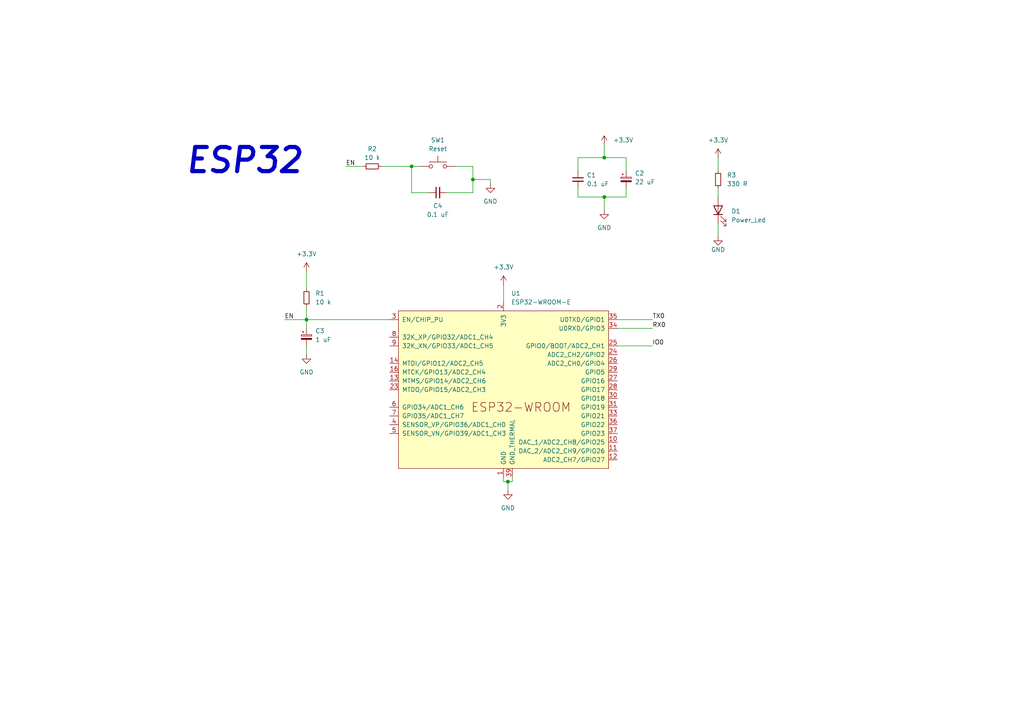
<source format=kicad_sch>
(kicad_sch (version 20230121) (generator eeschema)
  (paper "A4")
  (lib_symbols
    (symbol "Device:C_Polarized_Small" (pin_numbers hide) (pin_names (offset 0.254) hide)
      (property "Reference" "C" (at 0.254 1.778 0))
      (property "Value" "C_Polarized_Small" (at 0.254 -2.032 0))
      (symbol "C_Polarized_Small_0_1"
        (rectangle (start -1.524 -0.3048) (end 1.524 -0.6858) (fill (type outline)))
        (rectangle (start -1.524 0.6858) (end 1.524 0.3048))
        (polyline (pts (xy -1.27 1.524) (xy -0.762 1.524)))
        (polyline (pts (xy -1.016 1.27) (xy -1.016 1.778)))
      )
      (symbol "C_Polarized_Small_1_1"
        (pin passive line (at 0 2.54 270) (length 1.8542) (name "~") (number "1"))
        (pin passive line (at 0 -2.54 90) (length 1.8542) (name "~") (number "2"))
      )
    )
    (symbol "Device:C_Small" (pin_numbers hide) (pin_names (offset 0.254) hide)
      (property "Reference" "C" (at 0.254 1.778 0))
      (property "Value" "C_Small" (at 0.254 -2.032 0))
      (symbol "C_Small_0_1"
        (polyline (pts (xy -1.524 -0.508) (xy 1.524 -0.508)) (stroke (width 0.3302)))
        (polyline (pts (xy -1.524 0.508) (xy 1.524 0.508)) (stroke (width 0.3048)))
      )
      (symbol "C_Small_1_1"
        (pin passive line (at 0 2.54 270) (length 2.032) (name "~") (number "1"))
        (pin passive line (at 0 -2.54 90) (length 2.032) (name "~") (number "2"))
      )
    )
    (symbol "Device:LED" (pin_numbers hide) (pin_names (offset 1.016) hide)
      (property "Reference" "D" (at 0 2.54 0))
      (property "Value" "LED" (at 0 -2.54 0))
      (symbol "LED_0_1"
        (polyline (pts (xy -1.27 -1.27) (xy -1.27 1.27)) (stroke (width 0.254)))
        (polyline (pts (xy -1.27 0) (xy 1.27 0)))
        (polyline (pts (xy 1.27 -1.27) (xy 1.27 1.27) (xy -1.27 0) (xy 1.27 -1.27)) (stroke (width 0.254)))
        (polyline (pts (xy -3.048 -0.762) (xy -4.572 -2.286) (xy -3.81 -2.286) (xy -4.572 -2.286) (xy -4.572 -1.524)))
        (polyline (pts (xy -1.778 -0.762) (xy -3.302 -2.286) (xy -2.54 -2.286) (xy -3.302 -2.286) (xy -3.302 -1.524)))
      )
      (symbol "LED_1_1"
        (pin passive line (at -3.81 0 0) (length 2.54) (name "K") (number "1"))
        (pin passive line (at 3.81 0 180) (length 2.54) (name "A") (number "2"))
      )
    )
    (symbol "Device:R_Small" (pin_numbers hide) (pin_names (offset 0.254) hide)
      (property "Reference" "R" (at 0.762 0.508 0))
      (property "Value" "R_Small" (at 0.762 -1.016 0))
      (symbol "R_Small_0_1"
        (rectangle (start -0.762 1.778) (end 0.762 -1.778) (stroke (width 0.2032)))
      )
      (symbol "R_Small_1_1"
        (pin passive line (at 0 2.54 270) (length 0.762) (name "~") (number "1"))
        (pin passive line (at 0 -2.54 90) (length 0.762) (name "~") (number "2"))
      )
    )
    (symbol "PCM_Espressif:ESP32-WROOM-E" (pin_names (offset 1.016))
      (property "Reference" "U" (at -30.48 27.94 0))
      (property "Value" "ESP32-WROOM-E" (at -30.48 25.4 0))
      (symbol "ESP32-WROOM-E_0_1"
        (rectangle (start -30.48 22.86) (end 30.48 -22.86) (fill (type background)))
      )
      (symbol "ESP32-WROOM-E_1_1"
        (text "ESP32-­WROOM­" (at 5.08 -5.08 0) (effects (font (size 2.54 2.54))))
        (pin power_in line (at 0 -25.4 90) (length 2.54) (name "GND") (number "1"))
        (pin bidirectional line (at 33.02 -15.24 180) (length 2.54) (name "DAC_1/ADC2_CH8/GPIO25") (number "10"))
        (pin bidirectional line (at 33.02 -17.78 180) (length 2.54) (name "DAC_2/ADC2_CH9/GPIO26") (number "11"))
        (pin bidirectional line (at 33.02 -20.32 180) (length 2.54) (name "ADC2_CH7/GPIO27") (number "12"))
        (pin bidirectional line (at -33.02 2.54 0) (length 2.54) (name "MTMS/GPIO14/ADC2_CH6") (number "13"))
        (pin bidirectional line (at -33.02 7.62 0) (length 2.54) (name "MTDI/GPIO12/ADC2_CH5") (number "14"))
        (pin passive line (at 0 -25.4 90) (length 2.54) hide (name "GND") (number "15"))
        (pin bidirectional line (at -33.02 5.08 0) (length 2.54) (name "MTCK/GPIO13/ADC2_CH4") (number "16"))
        (pin power_in line (at 0 25.4 270) (length 2.54) (name "3V3") (number "2"))
        (pin bidirectional line (at -33.02 0 0) (length 2.54) (name "MTDO/GPIO15/ADC2_CH3") (number "23"))
        (pin bidirectional line (at 33.02 10.16 180) (length 2.54) (name "ADC2_CH2/GPIO2") (number "24"))
        (pin bidirectional line (at 33.02 12.7 180) (length 2.54) (name "GPIO0/BOOT/ADC2_CH1") (number "25"))
        (pin bidirectional line (at 33.02 7.62 180) (length 2.54) (name "ADC2_CH0/GPIO4") (number "26"))
        (pin bidirectional line (at 33.02 2.54 180) (length 2.54) (name "GPIO16") (number "27"))
        (pin bidirectional line (at 33.02 0 180) (length 2.54) (name "GPIO17") (number "28"))
        (pin bidirectional line (at 33.02 5.08 180) (length 2.54) (name "GPIO5") (number "29"))
        (pin input line (at -33.02 20.32 0) (length 2.54) (name "EN/CHIP_PU") (number "3"))
        (pin bidirectional line (at 33.02 -2.54 180) (length 2.54) (name "GPIO18") (number "30"))
        (pin bidirectional line (at 33.02 -5.08 180) (length 2.54) (name "GPIO19") (number "31"))
        (pin bidirectional line (at 33.02 -7.62 180) (length 2.54) (name "GPIO21") (number "33"))
        (pin bidirectional line (at 33.02 17.78 180) (length 2.54) (name "U0RXD/GPIO3") (number "34"))
        (pin bidirectional line (at 33.02 20.32 180) (length 2.54) (name "U0TXD/GPIO1") (number "35"))
        (pin bidirectional line (at 33.02 -10.16 180) (length 2.54) (name "GPIO22") (number "36"))
        (pin bidirectional line (at 33.02 -12.7 180) (length 2.54) (name "GPIO23") (number "37"))
        (pin passive line (at 0 -25.4 90) (length 2.54) hide (name "GND") (number "38"))
        (pin power_in line (at 2.54 -25.4 90) (length 2.54) (name "GND_THERMAL") (number "39"))
        (pin input line (at -33.02 -10.16 0) (length 2.54) (name "SENSOR_VP/GPIO36/ADC1_CH0") (number "4"))
        (pin input line (at -33.02 -12.7 0) (length 2.54) (name "SENSOR_VN/GPIO39/ADC1_CH3") (number "5"))
        (pin input line (at -33.02 -5.08 0) (length 2.54) (name "GPIO34/ADC1_CH6") (number "6"))
        (pin input line (at -33.02 -7.62 0) (length 2.54) (name "GPIO35/ADC1_CH7") (number "7"))
        (pin bidirectional line (at -33.02 15.24 0) (length 2.54) (name "32K_XP/GPIO32/ADC1_CH4") (number "8"))
        (pin bidirectional line (at -33.02 12.7 0) (length 2.54) (name "32K_XN/GPIO33/ADC1_CH5") (number "9"))
      )
    )
    (symbol "Switch:SW_Push" (pin_numbers hide) (pin_names (offset 1.016) hide)
      (property "Reference" "SW" (at 1.27 2.54 0))
      (property "Value" "SW_Push" (at 0 -1.524 0))
      (symbol "SW_Push_0_1"
        (circle (center -2.032 0) (radius 0.508))
        (polyline (pts (xy 0 1.27) (xy 0 3.048)))
        (polyline (pts (xy 2.54 1.27) (xy -2.54 1.27)))
        (circle (center 2.032 0) (radius 0.508))
        (pin passive line (at -5.08 0 0) (length 2.54) (name "1") (number "1"))
        (pin passive line (at 5.08 0 180) (length 2.54) (name "2") (number "2"))
      )
    )
    (symbol "power:+3.3V" (power) (pin_names (offset 0))
      (property "Value" "+3.3V" (at 0 3.556 0))
      (symbol "+3.3V_0_1"
        (polyline (pts (xy -0.762 1.27) (xy 0 2.54)))
        (polyline (pts (xy 0 0) (xy 0 2.54)))
        (polyline (pts (xy 0 2.54) (xy 0.762 1.27)))
      )
      (symbol "+3.3V_1_1"
        (pin power_in line (at 0 0 90) (length 0) hide (name "+3.3V") (number "1"))
      )
    )
    (symbol "power:GND" (power) (pin_names (offset 0))
      (property "Value" "GND" (at 0 -3.81 0))
      (symbol "GND_0_1"
        (polyline (pts (xy 0 0) (xy 0 -1.27) (xy 1.27 -1.27) (xy 0 -2.54) (xy -1.27 -1.27) (xy 0 -1.27)))
      )
      (symbol "GND_1_1"
        (pin power_in line (at 0 0 270) (length 0) hide (name "GND") (number "1"))
      )
    )
  )
  (junction (at 175.26 57.15))
  (junction (at 88.9 92.71))
  (junction (at 119.38 48.26))
  (junction (at 147.32 139.7))
  (junction (at 175.26 45.72))
  (junction (at 137.16 52.07))
  (wire (pts (xy 137.16 48.26) (xy 137.16 52.07)))
  (wire (pts (xy 100.33 48.26) (xy 105.41 48.26)))
  (wire (pts (xy 175.26 57.15) (xy 175.26 60.96)))
  (wire (pts (xy 208.28 45.72) (xy 208.28 49.53)))
  (wire (pts (xy 167.64 45.72) (xy 167.64 49.53)))
  (wire (pts (xy 119.38 48.26) (xy 121.92 48.26)))
  (wire (pts (xy 88.9 78.74) (xy 88.9 83.82)))
  (wire (pts (xy 175.26 45.72) (xy 181.61 45.72)))
  (wire (pts (xy 146.05 82.55) (xy 146.05 87.63)))
  (wire (pts (xy 146.05 139.7) (xy 147.32 139.7)))
  (wire (pts (xy 175.26 57.15) (xy 181.61 57.15)))
  (wire (pts (xy 148.59 139.7) (xy 148.59 138.43)))
  (wire (pts (xy 167.64 57.15) (xy 175.26 57.15)))
  (wire (pts (xy 181.61 45.72) (xy 181.61 49.53)))
  (wire (pts (xy 88.9 88.9) (xy 88.9 92.71)))
  (wire (pts (xy 142.24 53.34) (xy 142.24 52.07)))
  (wire (pts (xy 142.24 52.07) (xy 137.16 52.07)))
  (wire (pts (xy 88.9 100.33) (xy 88.9 102.87)))
  (wire (pts (xy 179.07 100.33) (xy 189.23 100.33)))
  (wire (pts (xy 147.32 139.7) (xy 148.59 139.7)))
  (wire (pts (xy 137.16 55.88) (xy 129.54 55.88)))
  (wire (pts (xy 167.64 45.72) (xy 175.26 45.72)))
  (wire (pts (xy 124.46 55.88) (xy 119.38 55.88)))
  (wire (pts (xy 167.64 54.61) (xy 167.64 57.15)))
  (wire (pts (xy 88.9 92.71) (xy 88.9 95.25)))
  (wire (pts (xy 146.05 138.43) (xy 146.05 139.7)))
  (wire (pts (xy 208.28 54.61) (xy 208.28 57.15)))
  (wire (pts (xy 179.07 92.71) (xy 189.23 92.71)))
  (wire (pts (xy 88.9 92.71) (xy 113.03 92.71)))
  (wire (pts (xy 181.61 57.15) (xy 181.61 54.61)))
  (wire (pts (xy 147.32 139.7) (xy 147.32 142.24)))
  (wire (pts (xy 137.16 52.07) (xy 137.16 55.88)))
  (wire (pts (xy 82.55 92.71) (xy 88.9 92.71)))
  (wire (pts (xy 119.38 55.88) (xy 119.38 48.26)))
  (wire (pts (xy 132.08 48.26) (xy 137.16 48.26)))
  (wire (pts (xy 110.49 48.26) (xy 119.38 48.26)))
  (wire (pts (xy 175.26 41.91) (xy 175.26 45.72)))
  (wire (pts (xy 179.07 95.25) (xy 189.23 95.25)))
  (wire (pts (xy 208.28 64.77) (xy 208.28 68.58)))
  (text "ESP32" (at 53.34 50.8 0) (effects (font (size 7 7) (thickness 1.2) bold italic) (justify left bottom)))
  (label "RX0" (at 189.23 95.25 0))
  (label "IO0" (at 189.23 100.33 0))
  (label "EN" (at 82.55 92.71 0))
  (label "TX0" (at 189.23 92.71 0))
  (label "EN" (at 100.33 48.26 0))
  (symbol (lib_id "power:GND") (at 147.32 142.24 0) (unit 1)
    (property "Reference" "#PWR01" (effects hide))
    (property "Value" "GND" (at 147.32 147.32 0))
    (instances (project "Microcontroller_board" (path "" (reference "#PWR01") (unit 1)) (path "" (reference "#PWR05") (unit 1))))
  )
  (symbol (lib_id "Device:C_Polarized_Small") (at 88.9 97.79 0) (unit 1)
    (property "Reference" "C3" (at 91.44 95.9739 0) (effects (justify left)))
    (property "Value" "1 uF" (at 91.44 98.5139 0) (effects (justify left)))
    (instances (project "Microcontroller_board" (path "" (reference "C3") (unit 1)) (path "" (reference "C1") (unit 1))))
  )
  (symbol (lib_id "Switch:SW_Push") (at 127 48.26 0) (unit 1)
    (property "Reference" "SW1" (at 127 40.64 0))
    (property "Value" "Reset" (at 127 43.18 0))
  )
  (symbol (lib_id "power:+3.3V") (at 175.26 41.91 0) (unit 1)
    (property "Reference" "#PWR06" (effects hide))
    (property "Value" "+3.3V" (at 177.8 40.64 0) (effects (justify left)))
  )
  (symbol (lib_id "Device:C_Polarized_Small") (at 181.61 52.07 0) (unit 1)
    (property "Reference" "C2" (at 184.15 50.2539 0) (effects (justify left)))
    (property "Value" "22 uF" (at 184.15 52.7939 0) (effects (justify left)))
    (instances (project "Microcontroller_board" (path "" (reference "C2") (unit 1)) (path "" (reference "C4") (unit 1))))
  )
  (symbol (lib_id "power:+3.3V") (at 88.9 78.74 0) (unit 1)
    (property "Reference" "#PWR04" (effects hide))
    (property "Value" "+3.3V" (at 88.9 73.66 0))
    (instances (project "Microcontroller_board" (path "" (reference "#PWR04") (unit 1)) (path "" (reference "#PWR01") (unit 1))))
  )
  (symbol (lib_id "power:GND") (at 88.9 102.87 0) (unit 1)
    (property "Reference" "#PWR05" (effects hide))
    (property "Value" "GND" (at 88.9 107.95 0))
    (instances (project "Microcontroller_board" (path "" (reference "#PWR05") (unit 1)) (path "" (reference "#PWR02") (unit 1))))
  )
  (symbol (lib_id "power:+3.3V") (at 208.28 45.72 0) (unit 1)
    (property "Reference" "#PWR09" (effects hide))
    (property "Value" "+3.3V" (at 208.28 40.64 0))
    (instances (project "Microcontroller_board" (path "" (reference "#PWR09") (unit 1)) (path "" (reference "#PWR08") (unit 1))))
  )
  (symbol (lib_id "Device:C_Small") (at 127 55.88 90) (unit 1)
    (property "Reference" "C4" (at 127 59.69 90))
    (property "Value" "0.1 uF" (at 127 62.23 90))
    (instances (project "Microcontroller_board" (path "" (reference "C4") (unit 1)) (path "" (reference "C2") (unit 1))))
  )
  (symbol (lib_id "power:GND") (at 208.28 68.58 0) (unit 1)
    (property "Reference" "#PWR08" (effects hide))
    (property "Value" "GND" (at 208.28 72.39 0))
    (instances (project "Microcontroller_board" (path "" (reference "#PWR08") (unit 1)) (path "" (reference "#PWR09") (unit 1))))
  )
  (symbol (lib_id "power:+3.3V") (at 146.05 82.55 0) (unit 1)
    (property "Reference" "#PWR03" (effects hide))
    (property "Value" "+3.3V" (at 146.05 77.47 0))
    (instances (project "Microcontroller_board" (path "" (reference "#PWR03") (unit 1)) (path "" (reference "#PWR04") (unit 1))))
  )
  (symbol (lib_id "Device:C_Small") (at 167.64 52.07 0) (unit 1)
    (property "Reference" "C1" (at 170.18 50.8063 0) (effects (justify left)))
    (property "Value" "0.1 uF" (at 170.18 53.3463 0) (effects (justify left)))
    (instances (project "Microcontroller_board" (path "" (reference "C1") (unit 1)) (path "" (reference "C3") (unit 1))))
  )
  (symbol (lib_id "Device:R_Small") (at 208.28 52.07 0) (unit 1)
    (property "Reference" "R3" (at 210.82 50.8 0) (effects (justify left)))
    (property "Value" "330 R" (at 210.82 53.34 0) (effects (justify left)))
  )
  (symbol (lib_id "Device:R_Small") (at 88.9 86.36 0) (unit 1)
    (property "Reference" "R1" (at 91.44 85.09 0) (effects (justify left)))
    (property "Value" "10 k" (at 91.44 87.63 0) (effects (justify left)))
  )
  (symbol (lib_id "Device:LED") (at 208.28 60.96 90) (unit 1)
    (property "Reference" "D1" (at 212.09 61.2775 90) (effects (justify right)))
    (property "Value" "Power_Led" (at 212.09 63.8175 90) (effects (justify right)))
  )
  (symbol (lib_id "Device:R_Small") (at 107.95 48.26 90) (unit 1)
    (property "Reference" "R2" (at 107.95 43.18 90))
    (property "Value" "10 k" (at 107.95 45.72 90))
  )
  (symbol (lib_id "PCM_Espressif:ESP32-WROOM-E") (at 146.05 113.03 0) (unit 1)
    (property "Reference" "U1" (at 148.2441 85.09 0) (effects (justify left)))
    (property "Value" "ESP32-WROOM-E" (at 148.2441 87.63 0) (effects (justify left)))
    (property "Footprint" "PCM_Espressif:ESP32-WROOM-32E" (effects hide))
    (property "Datasheet" "https://www.espressif.com/sites/default/files/documentation/esp32-wroom-32e_esp32-wroom-32ue_datasheet_en.pdf" (effects hide))
  )
  (symbol (lib_id "power:GND") (at 175.26 60.96 0) (unit 1)
    (property "Reference" "#PWR02" (effects hide))
    (property "Value" "GND" (at 175.26 66.04 0))
    (instances (project "Microcontroller_board" (path "" (reference "#PWR02") (unit 1)) (path "" (reference "#PWR07") (unit 1))))
  )
  (symbol (lib_id "power:GND") (at 142.24 53.34 0) (unit 1)
    (property "Reference" "#PWR07" (effects hide))
    (property "Value" "GND" (at 142.24 58.42 0))
    (instances (project "Microcontroller_board" (path "" (reference "#PWR07") (unit 1)) (path "" (reference "#PWR03") (unit 1))))
  )
)
</source>
